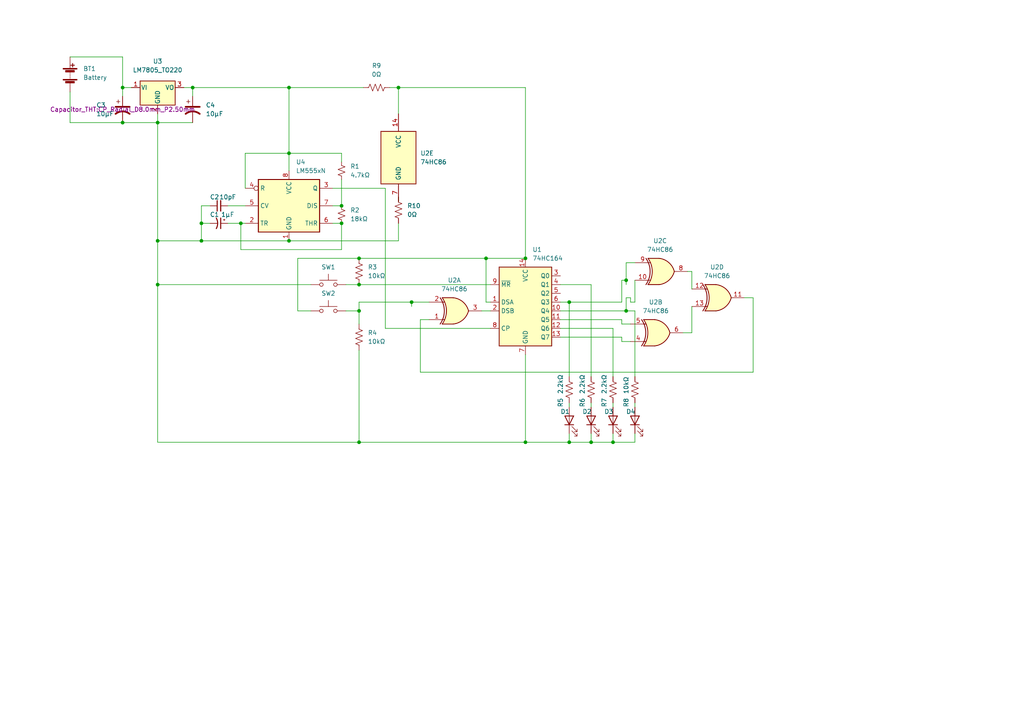
<source format=kicad_sch>
(kicad_sch (version 20211123) (generator eeschema)
  (paper "A4")
  (lib_symbols
    (symbol "74HC86_1" (pin_names (offset 1.016))
      (property "Reference" "U2" (at -0.3048 8.89 0))
      (property "Value" "74HC86" (at -0.3048 6.35 0))
      (symbol "74HC86_1_1_0"
        (arc (start -4.4196 -3.81) (mid -3.2033 0) (end -4.4196 3.81) (stroke (width 0.254)))
        (arc (start -3.81 -3.81) (mid -2.589 0) (end -3.81 3.81) (stroke (width 0.254)))
        (arc (start -0.6096 -3.81) (mid 2.1855 -2.584) (end 3.81 0) (stroke (width 0.254)) (fill (type background)))
        (polyline (pts (xy -3.81 -3.81) (xy -0.635 -3.81)) (stroke (width 0.254)) (fill (type background)))
        (polyline (pts (xy -3.81 3.81) (xy -0.635 3.81)) (stroke (width 0.254)) (fill (type background)))
        (polyline (pts (xy -0.635 3.81) (xy -3.81 3.81) (xy -3.81 3.81) (xy -3.556 3.4036) (xy -3.0226 2.2606) (xy -2.6924 1.0414) (xy -2.6162 -0.254) (xy -2.7686 -1.4986) (xy -3.175 -2.7178) (xy -3.81 -3.81) (xy -3.81 -3.81) (xy -0.635 -3.81)) (stroke (width -25.4)) (fill (type background)))
        (arc (start 3.81 0) (mid 2.1928 2.5925) (end -0.6096 3.81) (stroke (width 0.254)) (fill (type background)))
        (pin input line (at -7.62 2.54 0) (length 4.445) (name "~") (number "1"))
        (pin input line (at -7.62 -2.54 0) (length 4.445) (name "~") (number "2"))
        (pin output line (at 7.62 0 180) (length 3.81) (name "~") (number "3"))
      )
      (symbol "74HC86_1_1_1"
        (polyline (pts (xy -3.81 -2.54) (xy -3.175 -2.54)) (stroke (width 0.1524)))
        (polyline (pts (xy -3.81 2.54) (xy -3.175 2.54)) (stroke (width 0.1524)))
      )
      (symbol "74HC86_1_2_0"
        (arc (start -4.4196 -3.81) (mid -3.2033 0) (end -4.4196 3.81) (stroke (width 0.254)))
        (arc (start -3.81 -3.81) (mid -2.589 0) (end -3.81 3.81) (stroke (width 0.254)))
        (arc (start -0.6096 -3.81) (mid 2.1855 -2.584) (end 3.81 0) (stroke (width 0.254)) (fill (type background)))
        (polyline (pts (xy -3.81 -3.81) (xy -0.635 -3.81)) (stroke (width 0.254)) (fill (type background)))
        (polyline (pts (xy -3.81 3.81) (xy -0.635 3.81)) (stroke (width 0.254)) (fill (type background)))
        (polyline (pts (xy -0.635 3.81) (xy -3.81 3.81) (xy -3.81 3.81) (xy -3.556 3.4036) (xy -3.0226 2.2606) (xy -2.6924 1.0414) (xy -2.6162 -0.254) (xy -2.7686 -1.4986) (xy -3.175 -2.7178) (xy -3.81 -3.81) (xy -3.81 -3.81) (xy -0.635 -3.81)) (stroke (width -25.4)) (fill (type background)))
        (arc (start 3.81 0) (mid 2.1928 2.5925) (end -0.6096 3.81) (stroke (width 0.254)) (fill (type background)))
        (pin input line (at -7.62 2.54 0) (length 4.445) (name "~") (number "4"))
        (pin input line (at -7.62 -2.54 0) (length 4.445) (name "~") (number "5"))
        (pin output line (at 7.62 0 180) (length 3.81) (name "~") (number "6"))
      )
      (symbol "74HC86_1_2_1"
        (polyline (pts (xy -3.81 -2.54) (xy -3.175 -2.54)) (stroke (width 0.1524)))
        (polyline (pts (xy -3.81 2.54) (xy -3.175 2.54)) (stroke (width 0.1524)))
      )
      (symbol "74HC86_1_3_0"
        (arc (start -4.4196 -3.81) (mid -3.2033 0) (end -4.4196 3.81) (stroke (width 0.254)))
        (arc (start -3.81 -3.81) (mid -2.589 0) (end -3.81 3.81) (stroke (width 0.254)))
        (arc (start -0.6096 -3.81) (mid 2.1855 -2.584) (end 3.81 0) (stroke (width 0.254)) (fill (type background)))
        (polyline (pts (xy -3.81 -3.81) (xy -0.635 -3.81)) (stroke (width 0.254)) (fill (type background)))
        (polyline (pts (xy -3.81 3.81) (xy -0.635 3.81)) (stroke (width 0.254)) (fill (type background)))
        (polyline (pts (xy -0.635 3.81) (xy -3.81 3.81) (xy -3.81 3.81) (xy -3.556 3.4036) (xy -3.0226 2.2606) (xy -2.6924 1.0414) (xy -2.6162 -0.254) (xy -2.7686 -1.4986) (xy -3.175 -2.7178) (xy -3.81 -3.81) (xy -3.81 -3.81) (xy -0.635 -3.81)) (stroke (width -25.4)) (fill (type background)))
        (arc (start 3.81 0) (mid 2.1928 2.5925) (end -0.6096 3.81) (stroke (width 0.254)) (fill (type background)))
        (pin input line (at -7.62 -2.54 0) (length 4.445) (name "~") (number "10"))
        (pin output line (at 7.62 0 180) (length 3.81) (name "~") (number "8"))
        (pin input line (at -7.62 2.54 0) (length 4.445) (name "~") (number "9"))
      )
      (symbol "74HC86_1_3_1"
        (polyline (pts (xy -3.81 -2.54) (xy -3.175 -2.54)) (stroke (width 0.1524)))
        (polyline (pts (xy -3.81 2.54) (xy -3.175 2.54)) (stroke (width 0.1524)))
      )
      (symbol "74HC86_1_4_0"
        (arc (start -4.4196 -3.81) (mid -3.2033 0) (end -4.4196 3.81) (stroke (width 0.254)))
        (arc (start -3.81 -3.81) (mid -2.589 0) (end -3.81 3.81) (stroke (width 0.254)))
        (arc (start -0.6096 -3.81) (mid 2.1855 -2.584) (end 3.81 0) (stroke (width 0.254)) (fill (type background)))
        (polyline (pts (xy -3.81 -3.81) (xy -0.635 -3.81)) (stroke (width 0.254)) (fill (type background)))
        (polyline (pts (xy -3.81 3.81) (xy -0.635 3.81)) (stroke (width 0.254)) (fill (type background)))
        (polyline (pts (xy -0.635 3.81) (xy -3.81 3.81) (xy -3.81 3.81) (xy -3.556 3.4036) (xy -3.0226 2.2606) (xy -2.6924 1.0414) (xy -2.6162 -0.254) (xy -2.7686 -1.4986) (xy -3.175 -2.7178) (xy -3.81 -3.81) (xy -3.81 -3.81) (xy -0.635 -3.81)) (stroke (width -25.4)) (fill (type background)))
        (arc (start 3.81 0) (mid 2.1928 2.5925) (end -0.6096 3.81) (stroke (width 0.254)) (fill (type background)))
        (pin output line (at 7.62 0 180) (length 3.81) (name "~") (number "11"))
        (pin input line (at -7.62 2.54 0) (length 4.445) (name "~") (number "12"))
        (pin input line (at -7.62 -2.54 0) (length 4.445) (name "~") (number "13"))
      )
      (symbol "74HC86_1_4_1"
        (polyline (pts (xy -3.81 -2.54) (xy -3.175 -2.54)) (stroke (width 0.1524)))
        (polyline (pts (xy -3.81 2.54) (xy -3.175 2.54)) (stroke (width 0.1524)))
      )
      (symbol "74HC86_1_5_0"
        (pin power_in line (at 0 12.7 270) (length 5.08) (name "VCC") (number "14"))
        (pin power_in line (at 0 -12.7 90) (length 5.08) (name "GND") (number "7"))
      )
      (symbol "74HC86_1_5_1"
        (rectangle (start -5.08 7.62) (end 5.08 -7.62) (stroke (width 0.254)) (fill (type background)))
      )
    )
    (symbol "74HC86_2" (pin_names (offset 1.016))
      (property "Reference" "U2" (at -0.3048 8.89 0))
      (property "Value" "74HC86" (at -0.3048 6.35 0))
      (symbol "74HC86_2_1_0"
        (arc (start -4.4196 -3.81) (mid -3.2033 0) (end -4.4196 3.81) (stroke (width 0.254)))
        (arc (start -3.81 -3.81) (mid -2.589 0) (end -3.81 3.81) (stroke (width 0.254)))
        (arc (start -0.6096 -3.81) (mid 2.1855 -2.584) (end 3.81 0) (stroke (width 0.254)) (fill (type background)))
        (polyline (pts (xy -3.81 -3.81) (xy -0.635 -3.81)) (stroke (width 0.254)) (fill (type background)))
        (polyline (pts (xy -3.81 3.81) (xy -0.635 3.81)) (stroke (width 0.254)) (fill (type background)))
        (polyline (pts (xy -0.635 3.81) (xy -3.81 3.81) (xy -3.81 3.81) (xy -3.556 3.4036) (xy -3.0226 2.2606) (xy -2.6924 1.0414) (xy -2.6162 -0.254) (xy -2.7686 -1.4986) (xy -3.175 -2.7178) (xy -3.81 -3.81) (xy -3.81 -3.81) (xy -0.635 -3.81)) (stroke (width -25.4)) (fill (type background)))
        (arc (start 3.81 0) (mid 2.1928 2.5925) (end -0.6096 3.81) (stroke (width 0.254)) (fill (type background)))
        (pin input line (at -7.62 2.54 0) (length 4.445) (name "~") (number "1"))
        (pin input line (at -7.62 -2.54 0) (length 4.445) (name "~") (number "2"))
        (pin output line (at 7.62 0 180) (length 3.81) (name "~") (number "3"))
      )
      (symbol "74HC86_2_1_1"
        (polyline (pts (xy -3.81 -2.54) (xy -3.175 -2.54)) (stroke (width 0.1524)))
        (polyline (pts (xy -3.81 2.54) (xy -3.175 2.54)) (stroke (width 0.1524)))
      )
      (symbol "74HC86_2_2_0"
        (arc (start -4.4196 -3.81) (mid -3.2033 0) (end -4.4196 3.81) (stroke (width 0.254)))
        (arc (start -3.81 -3.81) (mid -2.589 0) (end -3.81 3.81) (stroke (width 0.254)))
        (arc (start -0.6096 -3.81) (mid 2.1855 -2.584) (end 3.81 0) (stroke (width 0.254)) (fill (type background)))
        (polyline (pts (xy -3.81 -3.81) (xy -0.635 -3.81)) (stroke (width 0.254)) (fill (type background)))
        (polyline (pts (xy -3.81 3.81) (xy -0.635 3.81)) (stroke (width 0.254)) (fill (type background)))
        (polyline (pts (xy -0.635 3.81) (xy -3.81 3.81) (xy -3.81 3.81) (xy -3.556 3.4036) (xy -3.0226 2.2606) (xy -2.6924 1.0414) (xy -2.6162 -0.254) (xy -2.7686 -1.4986) (xy -3.175 -2.7178) (xy -3.81 -3.81) (xy -3.81 -3.81) (xy -0.635 -3.81)) (stroke (width -25.4)) (fill (type background)))
        (arc (start 3.81 0) (mid 2.1928 2.5925) (end -0.6096 3.81) (stroke (width 0.254)) (fill (type background)))
        (pin input line (at -7.62 -2.54 0) (length 4.445) (name "~") (number "4"))
        (pin input line (at -7.62 2.54 0) (length 4.445) (name "~") (number "5"))
        (pin output line (at 7.62 0 180) (length 3.81) (name "~") (number "6"))
      )
      (symbol "74HC86_2_2_1"
        (polyline (pts (xy -3.81 -2.54) (xy -3.175 -2.54)) (stroke (width 0.1524)))
        (polyline (pts (xy -3.81 2.54) (xy -3.175 2.54)) (stroke (width 0.1524)))
      )
      (symbol "74HC86_2_3_0"
        (arc (start -4.4196 -3.81) (mid -3.2033 0) (end -4.4196 3.81) (stroke (width 0.254)))
        (arc (start -3.81 -3.81) (mid -2.589 0) (end -3.81 3.81) (stroke (width 0.254)))
        (arc (start -0.6096 -3.81) (mid 2.1855 -2.584) (end 3.81 0) (stroke (width 0.254)) (fill (type background)))
        (polyline (pts (xy -3.81 -3.81) (xy -0.635 -3.81)) (stroke (width 0.254)) (fill (type background)))
        (polyline (pts (xy -3.81 3.81) (xy -0.635 3.81)) (stroke (width 0.254)) (fill (type background)))
        (polyline (pts (xy -0.635 3.81) (xy -3.81 3.81) (xy -3.81 3.81) (xy -3.556 3.4036) (xy -3.0226 2.2606) (xy -2.6924 1.0414) (xy -2.6162 -0.254) (xy -2.7686 -1.4986) (xy -3.175 -2.7178) (xy -3.81 -3.81) (xy -3.81 -3.81) (xy -0.635 -3.81)) (stroke (width -25.4)) (fill (type background)))
        (arc (start 3.81 0) (mid 2.1928 2.5925) (end -0.6096 3.81) (stroke (width 0.254)) (fill (type background)))
        (pin input line (at -7.62 -2.54 0) (length 4.445) (name "~") (number "10"))
        (pin output line (at 7.62 0 180) (length 3.81) (name "~") (number "8"))
        (pin input line (at -7.62 2.54 0) (length 4.445) (name "~") (number "9"))
      )
      (symbol "74HC86_2_3_1"
        (polyline (pts (xy -3.81 -2.54) (xy -3.175 -2.54)) (stroke (width 0.1524)))
        (polyline (pts (xy -3.81 2.54) (xy -3.175 2.54)) (stroke (width 0.1524)))
      )
      (symbol "74HC86_2_4_0"
        (arc (start -4.4196 -3.81) (mid -3.2033 0) (end -4.4196 3.81) (stroke (width 0.254)))
        (arc (start -3.81 -3.81) (mid -2.589 0) (end -3.81 3.81) (stroke (width 0.254)))
        (arc (start -0.6096 -3.81) (mid 2.1855 -2.584) (end 3.81 0) (stroke (width 0.254)) (fill (type background)))
        (polyline (pts (xy -3.81 -3.81) (xy -0.635 -3.81)) (stroke (width 0.254)) (fill (type background)))
        (polyline (pts (xy -3.81 3.81) (xy -0.635 3.81)) (stroke (width 0.254)) (fill (type background)))
        (polyline (pts (xy -0.635 3.81) (xy -3.81 3.81) (xy -3.81 3.81) (xy -3.556 3.4036) (xy -3.0226 2.2606) (xy -2.6924 1.0414) (xy -2.6162 -0.254) (xy -2.7686 -1.4986) (xy -3.175 -2.7178) (xy -3.81 -3.81) (xy -3.81 -3.81) (xy -0.635 -3.81)) (stroke (width -25.4)) (fill (type background)))
        (arc (start 3.81 0) (mid 2.1928 2.5925) (end -0.6096 3.81) (stroke (width 0.254)) (fill (type background)))
        (pin output line (at 7.62 0 180) (length 3.81) (name "~") (number "11"))
        (pin input line (at -7.62 2.54 0) (length 4.445) (name "~") (number "12"))
        (pin input line (at -7.62 -2.54 0) (length 4.445) (name "~") (number "13"))
      )
      (symbol "74HC86_2_4_1"
        (polyline (pts (xy -3.81 -2.54) (xy -3.175 -2.54)) (stroke (width 0.1524)))
        (polyline (pts (xy -3.81 2.54) (xy -3.175 2.54)) (stroke (width 0.1524)))
      )
      (symbol "74HC86_2_5_0"
        (pin power_in line (at 0 12.7 270) (length 5.08) (name "VCC") (number "14"))
        (pin power_in line (at 0 -12.7 90) (length 5.08) (name "GND") (number "7"))
      )
      (symbol "74HC86_2_5_1"
        (rectangle (start -5.08 7.62) (end 5.08 -7.62) (stroke (width 0.254)) (fill (type background)))
      )
    )
    (symbol "74HC86_3" (pin_names (offset 1.016))
      (property "Reference" "U2" (at -0.3048 8.89 0))
      (property "Value" "74HC86_3" (at -0.3048 6.35 0))
      (symbol "74HC86_3_1_0"
        (arc (start -4.4196 -3.81) (mid -3.2033 0) (end -4.4196 3.81) (stroke (width 0.254)))
        (arc (start -3.81 -3.81) (mid -2.589 0) (end -3.81 3.81) (stroke (width 0.254)))
        (arc (start -0.6096 -3.81) (mid 2.1855 -2.584) (end 3.81 0) (stroke (width 0.254)) (fill (type background)))
        (polyline (pts (xy -3.81 -3.81) (xy -0.635 -3.81)) (stroke (width 0.254)) (fill (type background)))
        (polyline (pts (xy -3.81 3.81) (xy -0.635 3.81)) (stroke (width 0.254)) (fill (type background)))
        (polyline (pts (xy -0.635 3.81) (xy -3.81 3.81) (xy -3.81 3.81) (xy -3.556 3.4036) (xy -3.0226 2.2606) (xy -2.6924 1.0414) (xy -2.6162 -0.254) (xy -2.7686 -1.4986) (xy -3.175 -2.7178) (xy -3.81 -3.81) (xy -3.81 -3.81) (xy -0.635 -3.81)) (stroke (width -25.4)) (fill (type background)))
        (arc (start 3.81 0) (mid 2.1928 2.5925) (end -0.6096 3.81) (stroke (width 0.254)) (fill (type background)))
        (pin input line (at -7.62 -2.54 0) (length 4.445) (name "~") (number "1"))
        (pin input line (at -7.62 2.54 0) (length 4.445) (name "~") (number "2"))
        (pin output line (at 7.62 0 180) (length 3.81) (name "~") (number "3"))
      )
      (symbol "74HC86_3_1_1"
        (polyline (pts (xy -3.81 -2.54) (xy -3.175 -2.54)) (stroke (width 0.1524)))
        (polyline (pts (xy -3.81 2.54) (xy -3.175 2.54)) (stroke (width 0.1524)))
      )
      (symbol "74HC86_3_2_0"
        (arc (start -4.4196 -3.81) (mid -3.2033 0) (end -4.4196 3.81) (stroke (width 0.254)))
        (arc (start -3.81 -3.81) (mid -2.589 0) (end -3.81 3.81) (stroke (width 0.254)))
        (arc (start -0.6096 -3.81) (mid 2.1855 -2.584) (end 3.81 0) (stroke (width 0.254)) (fill (type background)))
        (polyline (pts (xy -3.81 -3.81) (xy -0.635 -3.81)) (stroke (width 0.254)) (fill (type background)))
        (polyline (pts (xy -3.81 3.81) (xy -0.635 3.81)) (stroke (width 0.254)) (fill (type background)))
        (polyline (pts (xy -0.635 3.81) (xy -3.81 3.81) (xy -3.81 3.81) (xy -3.556 3.4036) (xy -3.0226 2.2606) (xy -2.6924 1.0414) (xy -2.6162 -0.254) (xy -2.7686 -1.4986) (xy -3.175 -2.7178) (xy -3.81 -3.81) (xy -3.81 -3.81) (xy -0.635 -3.81)) (stroke (width -25.4)) (fill (type background)))
        (arc (start 3.81 0) (mid 2.1928 2.5925) (end -0.6096 3.81) (stroke (width 0.254)) (fill (type background)))
        (pin input line (at -7.62 2.54 0) (length 4.445) (name "~") (number "4"))
        (pin input line (at -7.62 -2.54 0) (length 4.445) (name "~") (number "5"))
        (pin output line (at 7.62 0 180) (length 3.81) (name "~") (number "6"))
      )
      (symbol "74HC86_3_2_1"
        (polyline (pts (xy -3.81 -2.54) (xy -3.175 -2.54)) (stroke (width 0.1524)))
        (polyline (pts (xy -3.81 2.54) (xy -3.175 2.54)) (stroke (width 0.1524)))
      )
      (symbol "74HC86_3_3_0"
        (arc (start -4.4196 -3.81) (mid -3.2033 0) (end -4.4196 3.81) (stroke (width 0.254)))
        (arc (start -3.81 -3.81) (mid -2.589 0) (end -3.81 3.81) (stroke (width 0.254)))
        (arc (start -0.6096 -3.81) (mid 2.1855 -2.584) (end 3.81 0) (stroke (width 0.254)) (fill (type background)))
        (polyline (pts (xy -3.81 -3.81) (xy -0.635 -3.81)) (stroke (width 0.254)) (fill (type background)))
        (polyline (pts (xy -3.81 3.81) (xy -0.635 3.81)) (stroke (width 0.254)) (fill (type background)))
        (polyline (pts (xy -0.635 3.81) (xy -3.81 3.81) (xy -3.81 3.81) (xy -3.556 3.4036) (xy -3.0226 2.2606) (xy -2.6924 1.0414) (xy -2.6162 -0.254) (xy -2.7686 -1.4986) (xy -3.175 -2.7178) (xy -3.81 -3.81) (xy -3.81 -3.81) (xy -0.635 -3.81)) (stroke (width -25.4)) (fill (type background)))
        (arc (start 3.81 0) (mid 2.1928 2.5925) (end -0.6096 3.81) (stroke (width 0.254)) (fill (type background)))
        (pin input line (at -7.62 -2.54 0) (length 4.445) (name "~") (number "10"))
        (pin output line (at 7.62 0 180) (length 3.81) (name "~") (number "8"))
        (pin input line (at -7.62 2.54 0) (length 4.445) (name "~") (number "9"))
      )
      (symbol "74HC86_3_3_1"
        (polyline (pts (xy -3.81 -2.54) (xy -3.175 -2.54)) (stroke (width 0.1524)))
        (polyline (pts (xy -3.81 2.54) (xy -3.175 2.54)) (stroke (width 0.1524)))
      )
      (symbol "74HC86_3_4_0"
        (arc (start -4.4196 -3.81) (mid -3.2033 0) (end -4.4196 3.81) (stroke (width 0.254)))
        (arc (start -3.81 -3.81) (mid -2.589 0) (end -3.81 3.81) (stroke (width 0.254)))
        (arc (start -0.6096 -3.81) (mid 2.1855 -2.584) (end 3.81 0) (stroke (width 0.254)) (fill (type background)))
        (polyline (pts (xy -3.81 -3.81) (xy -0.635 -3.81)) (stroke (width 0.254)) (fill (type background)))
        (polyline (pts (xy -3.81 3.81) (xy -0.635 3.81)) (stroke (width 0.254)) (fill (type background)))
        (polyline (pts (xy -0.635 3.81) (xy -3.81 3.81) (xy -3.81 3.81) (xy -3.556 3.4036) (xy -3.0226 2.2606) (xy -2.6924 1.0414) (xy -2.6162 -0.254) (xy -2.7686 -1.4986) (xy -3.175 -2.7178) (xy -3.81 -3.81) (xy -3.81 -3.81) (xy -0.635 -3.81)) (stroke (width -25.4)) (fill (type background)))
        (arc (start 3.81 0) (mid 2.1928 2.5925) (end -0.6096 3.81) (stroke (width 0.254)) (fill (type background)))
        (pin output line (at 7.62 0 180) (length 3.81) (name "~") (number "11"))
        (pin input line (at -7.62 2.54 0) (length 4.445) (name "~") (number "12"))
        (pin input line (at -7.62 -2.54 0) (length 4.445) (name "~") (number "13"))
      )
      (symbol "74HC86_3_4_1"
        (polyline (pts (xy -3.81 -2.54) (xy -3.175 -2.54)) (stroke (width 0.1524)))
        (polyline (pts (xy -3.81 2.54) (xy -3.175 2.54)) (stroke (width 0.1524)))
      )
      (symbol "74HC86_3_5_0"
        (pin power_in line (at 0 12.7 270) (length 5.08) (name "VCC") (number "14"))
        (pin power_in line (at 0 -12.7 90) (length 5.08) (name "GND") (number "7"))
      )
      (symbol "74HC86_3_5_1"
        (rectangle (start -5.08 7.62) (end 5.08 -7.62) (stroke (width 0.254)) (fill (type background)))
      )
    )
    (symbol "74xx:74HC164"
      (property "Reference" "U" (at 1.905 -13.97 0))
      (property "Value" "74HC164" (at 1.905 -16.51 0))
      (symbol "74HC164_0_1"
        (rectangle (start 7.62 10.16) (end -7.62 -12.7) (stroke (width 0.254)) (fill (type background)))
      )
      (symbol "74HC164_1_1"
        (pin input line (at -10.16 0 0) (length 2.54) (name "DSA") (number "1"))
        (pin output line (at 10.16 -2.54 180) (length 2.54) (name "Q4") (number "10"))
        (pin output line (at 10.16 -5.08 180) (length 2.54) (name "Q5") (number "11"))
        (pin output line (at 10.16 -7.62 180) (length 2.54) (name "Q6") (number "12"))
        (pin output line (at 10.16 -10.16 180) (length 2.54) (name "Q7") (number "13"))
        (pin power_in line (at 0 12.7 270) (length 2.54) (name "VCC") (number "14"))
        (pin input line (at -10.16 -2.54 0) (length 2.54) (name "DSB") (number "2"))
        (pin output line (at 10.16 7.62 180) (length 2.54) (name "Q0") (number "3"))
        (pin output line (at 10.16 5.08 180) (length 2.54) (name "Q1") (number "4"))
        (pin output line (at 10.16 2.54 180) (length 2.54) (name "Q2") (number "5"))
        (pin output line (at 10.16 0 180) (length 2.54) (name "Q3") (number "6"))
        (pin power_in line (at 0 -15.24 90) (length 2.54) (name "GND") (number "7"))
        (pin input line (at -10.16 -7.62 0) (length 2.54) (name "CP") (number "8"))
        (pin input line (at -10.16 5.08 0) (length 2.54) (name "~{MR}") (number "9"))
      )
    )
    (symbol "74xx:74HC86" (pin_names (offset 1.016))
      (property "Reference" "U" (at 0 1.27 0))
      (property "Value" "74HC86" (at 0 -1.27 0))
      (symbol "74HC86_1_0"
        (arc (start -4.4196 -3.81) (mid -3.2033 0) (end -4.4196 3.81) (stroke (width 0.254)))
        (arc (start -3.81 -3.81) (mid -2.589 0) (end -3.81 3.81) (stroke (width 0.254)))
        (arc (start -0.6096 -3.81) (mid 2.1855 -2.584) (end 3.81 0) (stroke (width 0.254)) (fill (type background)))
        (polyline (pts (xy -3.81 -3.81) (xy -0.635 -3.81)) (stroke (width 0.254)) (fill (type background)))
        (polyline (pts (xy -3.81 3.81) (xy -0.635 3.81)) (stroke (width 0.254)) (fill (type background)))
        (polyline (pts (xy -0.635 3.81) (xy -3.81 3.81) (xy -3.81 3.81) (xy -3.556 3.4036) (xy -3.0226 2.2606) (xy -2.6924 1.0414) (xy -2.6162 -0.254) (xy -2.7686 -1.4986) (xy -3.175 -2.7178) (xy -3.81 -3.81) (xy -3.81 -3.81) (xy -0.635 -3.81)) (stroke (width -25.4)) (fill (type background)))
        (arc (start 3.81 0) (mid 2.1928 2.5925) (end -0.6096 3.81) (stroke (width 0.254)) (fill (type background)))
        (pin input line (at -7.62 2.54 0) (length 4.445) (name "~") (number "1"))
        (pin input line (at -7.62 -2.54 0) (length 4.445) (name "~") (number "2"))
        (pin output line (at 7.62 0 180) (length 3.81) (name "~") (number "3"))
      )
      (symbol "74HC86_1_1"
        (polyline (pts (xy -3.81 -2.54) (xy -3.175 -2.54)) (stroke (width 0.1524)))
        (polyline (pts (xy -3.81 2.54) (xy -3.175 2.54)) (stroke (width 0.1524)))
      )
      (symbol "74HC86_2_0"
        (arc (start -4.4196 -3.81) (mid -3.2033 0) (end -4.4196 3.81) (stroke (width 0.254)))
        (arc (start -3.81 -3.81) (mid -2.589 0) (end -3.81 3.81) (stroke (width 0.254)))
        (arc (start -0.6096 -3.81) (mid 2.1855 -2.584) (end 3.81 0) (stroke (width 0.254)) (fill (type background)))
        (polyline (pts (xy -3.81 -3.81) (xy -0.635 -3.81)) (stroke (width 0.254)) (fill (type background)))
        (polyline (pts (xy -3.81 3.81) (xy -0.635 3.81)) (stroke (width 0.254)) (fill (type background)))
        (polyline (pts (xy -0.635 3.81) (xy -3.81 3.81) (xy -3.81 3.81) (xy -3.556 3.4036) (xy -3.0226 2.2606) (xy -2.6924 1.0414) (xy -2.6162 -0.254) (xy -2.7686 -1.4986) (xy -3.175 -2.7178) (xy -3.81 -3.81) (xy -3.81 -3.81) (xy -0.635 -3.81)) (stroke (width -25.4)) (fill (type background)))
        (arc (start 3.81 0) (mid 2.1928 2.5925) (end -0.6096 3.81) (stroke (width 0.254)) (fill (type background)))
        (pin input line (at -7.62 2.54 0) (length 4.445) (name "~") (number "4"))
        (pin input line (at -7.62 -2.54 0) (length 4.445) (name "~") (number "5"))
        (pin output line (at 7.62 0 180) (length 3.81) (name "~") (number "6"))
      )
      (symbol "74HC86_2_1"
        (polyline (pts (xy -3.81 -2.54) (xy -3.175 -2.54)) (stroke (width 0.1524)))
        (polyline (pts (xy -3.81 2.54) (xy -3.175 2.54)) (stroke (width 0.1524)))
      )
      (symbol "74HC86_3_0"
        (arc (start -4.4196 -3.81) (mid -3.2033 0) (end -4.4196 3.81) (stroke (width 0.254)))
        (arc (start -3.81 -3.81) (mid -2.589 0) (end -3.81 3.81) (stroke (width 0.254)))
        (arc (start -0.6096 -3.81) (mid 2.1855 -2.584) (end 3.81 0) (stroke (width 0.254)) (fill (type background)))
        (polyline (pts (xy -3.81 -3.81) (xy -0.635 -3.81)) (stroke (width 0.254)) (fill (type background)))
        (polyline (pts (xy -3.81 3.81) (xy -0.635 3.81)) (stroke (width 0.254)) (fill (type background)))
        (polyline (pts (xy -0.635 3.81) (xy -3.81 3.81) (xy -3.81 3.81) (xy -3.556 3.4036) (xy -3.0226 2.2606) (xy -2.6924 1.0414) (xy -2.6162 -0.254) (xy -2.7686 -1.4986) (xy -3.175 -2.7178) (xy -3.81 -3.81) (xy -3.81 -3.81) (xy -0.635 -3.81)) (stroke (width -25.4)) (fill (type background)))
        (arc (start 3.81 0) (mid 2.1928 2.5925) (end -0.6096 3.81) (stroke (width 0.254)) (fill (type background)))
        (pin input line (at -7.62 -2.54 0) (length 4.445) (name "~") (number "10"))
        (pin output line (at 7.62 0 180) (length 3.81) (name "~") (number "8"))
        (pin input line (at -7.62 2.54 0) (length 4.445) (name "~") (number "9"))
      )
      (symbol "74HC86_3_1"
        (polyline (pts (xy -3.81 -2.54) (xy -3.175 -2.54)) (stroke (width 0.1524)))
        (polyline (pts (xy -3.81 2.54) (xy -3.175 2.54)) (stroke (width 0.1524)))
      )
      (symbol "74HC86_4_0"
        (arc (start -4.4196 -3.81) (mid -3.2033 0) (end -4.4196 3.81) (stroke (width 0.254)))
        (arc (start -3.81 -3.81) (mid -2.589 0) (end -3.81 3.81) (stroke (width 0.254)))
        (arc (start -0.6096 -3.81) (mid 2.1855 -2.584) (end 3.81 0) (stroke (width 0.254)) (fill (type background)))
        (polyline (pts (xy -3.81 -3.81) (xy -0.635 -3.81)) (stroke (width 0.254)) (fill (type background)))
        (polyline (pts (xy -3.81 3.81) (xy -0.635 3.81)) (stroke (width 0.254)) (fill (type background)))
        (polyline (pts (xy -0.635 3.81) (xy -3.81 3.81) (xy -3.81 3.81) (xy -3.556 3.4036) (xy -3.0226 2.2606) (xy -2.6924 1.0414) (xy -2.6162 -0.254) (xy -2.7686 -1.4986) (xy -3.175 -2.7178) (xy -3.81 -3.81) (xy -3.81 -3.81) (xy -0.635 -3.81)) (stroke (width -25.4)) (fill (type background)))
        (arc (start 3.81 0) (mid 2.1928 2.5925) (end -0.6096 3.81) (stroke (width 0.254)) (fill (type background)))
        (pin output line (at 7.62 0 180) (length 3.81) (name "~") (number "11"))
        (pin input line (at -7.62 2.54 0) (length 4.445) (name "~") (number "12"))
        (pin input line (at -7.62 -2.54 0) (length 4.445) (name "~") (number "13"))
      )
      (symbol "74HC86_4_1"
        (polyline (pts (xy -3.81 -2.54) (xy -3.175 -2.54)) (stroke (width 0.1524)))
        (polyline (pts (xy -3.81 2.54) (xy -3.175 2.54)) (stroke (width 0.1524)))
      )
      (symbol "74HC86_5_0"
        (pin power_in line (at 0 12.7 270) (length 5.08) (name "VCC") (number "14"))
        (pin power_in line (at 0 -12.7 90) (length 5.08) (name "GND") (number "7"))
      )
      (symbol "74HC86_5_1"
        (rectangle (start -5.08 7.62) (end 5.08 -7.62) (stroke (width 0.254)) (fill (type background)))
      )
    )
    (symbol "Device:Battery" (pin_numbers hide) (pin_names (offset 0) hide)
      (property "Reference" "BT" (at 2.54 2.54 0))
      (property "Value" "Battery" (at 2.54 0 0))
      (symbol "Battery_0_1"
        (rectangle (start -2.032 -1.397) (end 2.032 -1.651) (fill (type outline)))
        (rectangle (start -2.032 1.778) (end 2.032 1.524) (fill (type outline)))
        (rectangle (start -1.3208 -1.9812) (end 1.27 -2.4892) (fill (type outline)))
        (rectangle (start -1.3208 1.1938) (end 1.27 0.6858) (fill (type outline)))
        (polyline (pts (xy 0 -1.524) (xy 0 -1.27)))
        (polyline (pts (xy 0 -1.016) (xy 0 -0.762)))
        (polyline (pts (xy 0 -0.508) (xy 0 -0.254)))
        (polyline (pts (xy 0 0) (xy 0 0.254)))
        (polyline (pts (xy 0 0.508) (xy 0 0.762)))
        (polyline (pts (xy 0 1.778) (xy 0 2.54)))
        (polyline (pts (xy 0.254 2.667) (xy 1.27 2.667)) (stroke (width 0.254)))
        (polyline (pts (xy 0.762 3.175) (xy 0.762 2.159)) (stroke (width 0.254)))
      )
      (symbol "Battery_1_1"
        (pin passive line (at 0 5.08 270) (length 2.54) (name "+") (number "1"))
        (pin passive line (at 0 -5.08 90) (length 2.54) (name "-") (number "2"))
      )
    )
    (symbol "Device:C_Polarized_Small_US" (pin_numbers hide) (pin_names (offset 0.254) hide)
      (property "Reference" "C" (at 0.254 1.778 0))
      (property "Value" "C_Polarized_Small_US" (at 0.254 -2.032 0))
      (symbol "C_Polarized_Small_US_0_1"
        (polyline (pts (xy -1.524 0.508) (xy 1.524 0.508)) (stroke (width 0.3048)))
        (polyline (pts (xy -1.27 1.524) (xy -0.762 1.524)))
        (polyline (pts (xy -1.016 1.27) (xy -1.016 1.778)))
        (arc (start 1.524 -0.762) (mid 0 -0.3734) (end -1.524 -0.762) (stroke (width 0.3048)))
      )
      (symbol "C_Polarized_Small_US_1_1"
        (pin passive line (at 0 2.54 270) (length 2.032) (name "~") (number "1"))
        (pin passive line (at 0 -2.54 90) (length 2.032) (name "~") (number "2"))
      )
    )
    (symbol "Device:C_Polarized_US" (pin_numbers hide) (pin_names (offset 0.254) hide)
      (property "Reference" "C" (at 0.635 2.54 0))
      (property "Value" "C_Polarized_US" (at 0.635 -2.54 0))
      (symbol "C_Polarized_US_0_1"
        (polyline (pts (xy -2.032 0.762) (xy 2.032 0.762)) (stroke (width 0.508)))
        (polyline (pts (xy -1.778 2.286) (xy -0.762 2.286)))
        (polyline (pts (xy -1.27 1.778) (xy -1.27 2.794)))
        (arc (start 2.032 -1.27) (mid 0 -0.5572) (end -2.032 -1.27) (stroke (width 0.508)))
      )
      (symbol "C_Polarized_US_1_1"
        (pin passive line (at 0 3.81 270) (length 2.794) (name "~") (number "1"))
        (pin passive line (at 0 -3.81 90) (length 3.302) (name "~") (number "2"))
      )
    )
    (symbol "Device:C_Small" (pin_numbers hide) (pin_names (offset 0.254) hide)
      (property "Reference" "C" (at 0.254 1.778 0))
      (property "Value" "C_Small" (at 0.254 -2.032 0))
      (symbol "C_Small_0_1"
        (polyline (pts (xy -1.524 -0.508) (xy 1.524 -0.508)) (stroke (width 0.3302)))
        (polyline (pts (xy -1.524 0.508) (xy 1.524 0.508)) (stroke (width 0.3048)))
      )
      (symbol "C_Small_1_1"
        (pin passive line (at 0 2.54 270) (length 2.032) (name "~") (number "1"))
        (pin passive line (at 0 -2.54 90) (length 2.032) (name "~") (number "2"))
      )
    )
    (symbol "Device:LED" (pin_numbers hide) (pin_names (offset 1.016) hide)
      (property "Reference" "D" (at 0 2.54 0))
      (property "Value" "LED" (at 0 -2.54 0))
      (symbol "LED_0_1"
        (polyline (pts (xy -1.27 -1.27) (xy -1.27 1.27)) (stroke (width 0.254)))
        (polyline (pts (xy -1.27 0) (xy 1.27 0)))
        (polyline (pts (xy 1.27 -1.27) (xy 1.27 1.27) (xy -1.27 0) (xy 1.27 -1.27)) (stroke (width 0.254)))
        (polyline (pts (xy -3.048 -0.762) (xy -4.572 -2.286) (xy -3.81 -2.286) (xy -4.572 -2.286) (xy -4.572 -1.524)))
        (polyline (pts (xy -1.778 -0.762) (xy -3.302 -2.286) (xy -2.54 -2.286) (xy -3.302 -2.286) (xy -3.302 -1.524)))
      )
      (symbol "LED_1_1"
        (pin passive line (at -3.81 0 0) (length 2.54) (name "K") (number "1"))
        (pin passive line (at 3.81 0 180) (length 2.54) (name "A") (number "2"))
      )
    )
    (symbol "Device:R_Small_US" (pin_numbers hide) (pin_names (offset 0.254) hide)
      (property "Reference" "R" (at 0.762 0.508 0))
      (property "Value" "R_Small_US" (at 0.762 -1.016 0))
      (symbol "R_Small_US_1_1"
        (polyline (pts (xy 0 0) (xy 1.016 -0.381) (xy 0 -0.762) (xy -1.016 -1.143) (xy 0 -1.524)))
        (polyline (pts (xy 0 1.524) (xy 1.016 1.143) (xy 0 0.762) (xy -1.016 0.381) (xy 0 0)))
        (pin passive line (at 0 2.54 270) (length 1.016) (name "~") (number "1"))
        (pin passive line (at 0 -2.54 90) (length 1.016) (name "~") (number "2"))
      )
    )
    (symbol "Device:R_US" (pin_numbers hide) (pin_names (offset 0))
      (property "Reference" "R" (at 2.54 0 90))
      (property "Value" "R_US" (at -2.54 0 90))
      (symbol "R_US_0_1"
        (polyline (pts (xy 0 -2.286) (xy 0 -2.54)))
        (polyline (pts (xy 0 2.286) (xy 0 2.54)))
        (polyline (pts (xy 0 -0.762) (xy 1.016 -1.143) (xy 0 -1.524) (xy -1.016 -1.905) (xy 0 -2.286)))
        (polyline (pts (xy 0 0.762) (xy 1.016 0.381) (xy 0 0) (xy -1.016 -0.381) (xy 0 -0.762)))
        (polyline (pts (xy 0 2.286) (xy 1.016 1.905) (xy 0 1.524) (xy -1.016 1.143) (xy 0 0.762)))
      )
      (symbol "R_US_1_1"
        (pin passive line (at 0 3.81 270) (length 1.27) (name "~") (number "1"))
        (pin passive line (at 0 -3.81 90) (length 1.27) (name "~") (number "2"))
      )
    )
    (symbol "Regulator_Linear:LM7805_TO220" (pin_names (offset 0.254))
      (property "Reference" "U" (at -3.81 3.175 0))
      (property "Value" "LM7805_TO220" (at 0 3.175 0))
      (symbol "LM7805_TO220_0_1"
        (rectangle (start -5.08 1.905) (end 5.08 -5.08) (stroke (width 0.254)) (fill (type background)))
      )
      (symbol "LM7805_TO220_1_1"
        (pin power_in line (at -7.62 0 0) (length 2.54) (name "VI") (number "1"))
        (pin power_in line (at 0 -7.62 90) (length 2.54) (name "GND") (number "2"))
        (pin power_out line (at 7.62 0 180) (length 2.54) (name "VO") (number "3"))
      )
    )
    (symbol "Switch:SW_Push" (pin_numbers hide) (pin_names (offset 1.016) hide)
      (property "Reference" "SW" (at 1.27 2.54 0))
      (property "Value" "SW_Push" (at 0 -1.524 0))
      (symbol "SW_Push_0_1"
        (circle (center -2.032 0) (radius 0.508))
        (polyline (pts (xy 0 1.27) (xy 0 3.048)))
        (polyline (pts (xy 2.54 1.27) (xy -2.54 1.27)))
        (circle (center 2.032 0) (radius 0.508))
        (pin passive line (at -5.08 0 0) (length 2.54) (name "1") (number "1"))
        (pin passive line (at 5.08 0 180) (length 2.54) (name "2") (number "2"))
      )
    )
    (symbol "Timer:LM555xN"
      (property "Reference" "U?" (at 2.0194 12.7 0))
      (property "Value" "LM555xN" (at 2.0194 10.16 0))
      (symbol "LM555xN_0_0"
        (pin power_in line (at 0 -10.16 90) (length 2.54) (name "GND") (number "1"))
        (pin power_in line (at 0 10.16 270) (length 2.54) (name "VCC") (number "8"))
      )
      (symbol "LM555xN_0_1"
        (rectangle (start -8.89 -7.62) (end 8.89 7.62) (stroke (width 0.254)) (fill (type background)))
        (rectangle (start -8.89 -7.62) (end 8.89 7.62) (stroke (width 0.254)) (fill (type background)))
      )
      (symbol "LM555xN_1_1"
        (pin input line (at -12.7 -5.08 0) (length 3.81) (name "TR") (number "2"))
        (pin output line (at 12.7 5.08 180) (length 3.81) (name "Q") (number "3"))
        (pin input inverted (at -12.7 5.08 0) (length 3.81) (name "R") (number "4"))
        (pin input line (at -12.7 0 0) (length 3.81) (name "CV") (number "5"))
        (pin input line (at 12.7 -5.08 180) (length 3.81) (name "THR") (number "6"))
        (pin input line (at 12.7 0 180) (length 3.81) (name "DIS") (number "7"))
      )
    )
  )
  (junction (at 99.06 59.69))
  (junction (at 152.4 128.27))
  (junction (at 58.42 64.77))
  (junction (at 165.1 128.27))
  (junction (at 83.82 25.4))
  (junction (at 55.88 25.4))
  (junction (at 83.82 69.85))
  (junction (at 83.82 44.45))
  (junction (at 115.57 25.4))
  (junction (at 181.61 90.17))
  (junction (at 140.97 74.93))
  (junction (at 104.14 90.17))
  (junction (at 104.14 82.55))
  (junction (at 45.72 69.85))
  (junction (at 45.72 82.55))
  (junction (at 45.72 35.56))
  (junction (at 152.4 74.93))
  (junction (at 104.14 74.93))
  (junction (at 35.56 35.56))
  (junction (at 69.85 64.77))
  (junction (at 99.06 64.77))
  (junction (at 58.42 69.85))
  (junction (at 181.61 81.28))
  (junction (at 104.14 128.27))
  (junction (at 35.56 25.4))
  (junction (at 171.45 128.27))
  (junction (at 177.8 128.27))
  (junction (at 119.38 87.63))
  (junction (at 165.1 87.63))
  (wire (pts (xy 165.1 116.84) (xy 165.1 118.11)))
  (wire (pts (xy 100.33 90.17) (xy 104.14 90.17)))
  (wire (pts (xy 121.92 92.71) (xy 124.46 92.71)))
  (wire (pts (xy 104.14 128.27) (xy 45.72 128.27)))
  (wire (pts (xy 181.61 86.36) (xy 181.61 90.17)))
  (wire (pts (xy 66.04 59.69) (xy 71.12 59.69)))
  (wire (pts (xy 177.8 125.73) (xy 177.8 128.27)))
  (wire (pts (xy 200.66 88.9) (xy 200.66 96.52)))
  (wire (pts (xy 165.1 125.73) (xy 165.1 128.27)))
  (wire (pts (xy 218.44 86.36) (xy 218.44 107.95)))
  (wire (pts (xy 45.72 82.55) (xy 90.17 82.55)))
  (wire (pts (xy 96.52 54.61) (xy 111.76 54.61)))
  (wire (pts (xy 162.56 87.63) (xy 165.1 87.63)))
  (wire (pts (xy 104.14 90.17) (xy 104.14 93.98)))
  (wire (pts (xy 119.38 87.63) (xy 119.38 88.9)))
  (wire (pts (xy 83.82 49.53) (xy 83.82 44.45)))
  (wire (pts (xy 182.88 86.36) (xy 182.88 87.63)))
  (wire (pts (xy 152.4 102.87) (xy 152.4 128.27)))
  (wire (pts (xy 184.15 87.63) (xy 182.88 87.63)))
  (wire (pts (xy 115.57 69.85) (xy 83.82 69.85)))
  (wire (pts (xy 58.42 64.77) (xy 60.96 64.77)))
  (wire (pts (xy 152.4 128.27) (xy 165.1 128.27)))
  (wire (pts (xy 35.56 25.4) (xy 35.56 27.94)))
  (wire (pts (xy 162.56 82.55) (xy 171.45 82.55)))
  (wire (pts (xy 121.92 107.95) (xy 121.92 92.71)))
  (wire (pts (xy 180.34 81.28) (xy 181.61 81.28)))
  (wire (pts (xy 53.34 25.4) (xy 55.88 25.4)))
  (wire (pts (xy 83.82 25.4) (xy 83.82 44.45)))
  (wire (pts (xy 181.61 81.28) (xy 181.61 82.55)))
  (wire (pts (xy 184.15 109.22) (xy 184.15 90.17)))
  (wire (pts (xy 66.04 64.77) (xy 69.85 64.77)))
  (wire (pts (xy 83.82 44.45) (xy 99.06 44.45)))
  (wire (pts (xy 162.56 92.71) (xy 180.34 92.71)))
  (wire (pts (xy 184.15 125.73) (xy 184.15 128.27)))
  (wire (pts (xy 184.15 116.84) (xy 184.15 118.11)))
  (wire (pts (xy 171.45 128.27) (xy 177.8 128.27)))
  (wire (pts (xy 86.36 90.17) (xy 86.36 74.93)))
  (wire (pts (xy 45.72 82.55) (xy 45.72 69.85)))
  (wire (pts (xy 58.42 69.85) (xy 58.42 64.77)))
  (wire (pts (xy 55.88 25.4) (xy 55.88 27.94)))
  (wire (pts (xy 83.82 69.85) (xy 58.42 69.85)))
  (wire (pts (xy 177.8 116.84) (xy 177.8 118.11)))
  (wire (pts (xy 58.42 59.69) (xy 58.42 64.77)))
  (wire (pts (xy 99.06 44.45) (xy 99.06 46.99)))
  (wire (pts (xy 69.85 72.39) (xy 99.06 72.39)))
  (wire (pts (xy 96.52 59.69) (xy 99.06 59.69)))
  (wire (pts (xy 69.85 64.77) (xy 69.85 72.39)))
  (wire (pts (xy 171.45 82.55) (xy 171.45 109.22)))
  (wire (pts (xy 104.14 74.93) (xy 140.97 74.93)))
  (wire (pts (xy 142.24 87.63) (xy 140.97 87.63)))
  (wire (pts (xy 115.57 58.42) (xy 115.57 57.15)))
  (wire (pts (xy 165.1 128.27) (xy 171.45 128.27)))
  (wire (pts (xy 86.36 90.17) (xy 90.17 90.17)))
  (wire (pts (xy 165.1 87.63) (xy 165.1 109.22)))
  (wire (pts (xy 35.56 35.56) (xy 45.72 35.56)))
  (wire (pts (xy 199.39 78.74) (xy 200.66 78.74)))
  (wire (pts (xy 104.14 87.63) (xy 104.14 90.17)))
  (wire (pts (xy 124.46 87.63) (xy 119.38 87.63)))
  (wire (pts (xy 45.72 128.27) (xy 45.72 82.55)))
  (wire (pts (xy 38.1 25.4) (xy 35.56 25.4)))
  (wire (pts (xy 200.66 78.74) (xy 200.66 83.82)))
  (wire (pts (xy 96.52 64.77) (xy 99.06 64.77)))
  (wire (pts (xy 20.32 26.67) (xy 20.32 35.56)))
  (wire (pts (xy 215.9 86.36) (xy 218.44 86.36)))
  (wire (pts (xy 86.36 74.93) (xy 104.14 74.93)))
  (wire (pts (xy 140.97 74.93) (xy 152.4 74.93)))
  (wire (pts (xy 162.56 95.25) (xy 177.8 95.25)))
  (wire (pts (xy 60.96 59.69) (xy 58.42 59.69)))
  (wire (pts (xy 69.85 64.77) (xy 71.12 64.77)))
  (wire (pts (xy 180.34 99.06) (xy 180.34 97.79)))
  (wire (pts (xy 100.33 82.55) (xy 104.14 82.55)))
  (wire (pts (xy 140.97 87.63) (xy 140.97 74.93)))
  (wire (pts (xy 71.12 44.45) (xy 83.82 44.45)))
  (wire (pts (xy 104.14 101.6) (xy 104.14 128.27)))
  (wire (pts (xy 55.88 35.56) (xy 45.72 35.56)))
  (wire (pts (xy 71.12 54.61) (xy 71.12 44.45)))
  (wire (pts (xy 180.34 87.63) (xy 180.34 81.28)))
  (wire (pts (xy 35.56 25.4) (xy 35.56 16.51)))
  (wire (pts (xy 115.57 64.77) (xy 115.57 69.85)))
  (wire (pts (xy 55.88 25.4) (xy 83.82 25.4)))
  (wire (pts (xy 177.8 95.25) (xy 177.8 109.22)))
  (wire (pts (xy 35.56 16.51) (xy 20.32 16.51)))
  (wire (pts (xy 99.06 72.39) (xy 99.06 64.77)))
  (wire (pts (xy 171.45 118.11) (xy 171.45 116.84)))
  (wire (pts (xy 180.34 92.71) (xy 180.34 93.98)))
  (wire (pts (xy 218.44 107.95) (xy 121.92 107.95)))
  (wire (pts (xy 152.4 25.4) (xy 152.4 74.93)))
  (wire (pts (xy 171.45 128.27) (xy 171.45 125.73)))
  (wire (pts (xy 20.32 35.56) (xy 35.56 35.56)))
  (wire (pts (xy 181.61 86.36) (xy 182.88 86.36)))
  (wire (pts (xy 139.7 90.17) (xy 142.24 90.17)))
  (wire (pts (xy 162.56 97.79) (xy 180.34 97.79)))
  (wire (pts (xy 99.06 52.07) (xy 99.06 59.69)))
  (wire (pts (xy 177.8 128.27) (xy 184.15 128.27)))
  (wire (pts (xy 165.1 87.63) (xy 180.34 87.63)))
  (wire (pts (xy 119.38 87.63) (xy 104.14 87.63)))
  (wire (pts (xy 115.57 33.02) (xy 115.57 25.4)))
  (wire (pts (xy 45.72 35.56) (xy 45.72 33.02)))
  (wire (pts (xy 181.61 76.2) (xy 184.15 76.2)))
  (wire (pts (xy 162.56 90.17) (xy 181.61 90.17)))
  (wire (pts (xy 45.72 35.56) (xy 45.72 69.85)))
  (wire (pts (xy 104.14 128.27) (xy 152.4 128.27)))
  (wire (pts (xy 180.34 99.06) (xy 182.88 99.06)))
  (wire (pts (xy 200.66 96.52) (xy 198.12 96.52)))
  (wire (pts (xy 181.61 76.2) (xy 181.61 81.28)))
  (wire (pts (xy 111.76 54.61) (xy 111.76 95.25)))
  (wire (pts (xy 180.34 93.98) (xy 182.88 93.98)))
  (wire (pts (xy 184.15 81.28) (xy 184.15 87.63)))
  (wire (pts (xy 104.14 82.55) (xy 142.24 82.55)))
  (wire (pts (xy 45.72 69.85) (xy 58.42 69.85)))
  (wire (pts (xy 83.82 25.4) (xy 105.41 25.4)))
  (wire (pts (xy 184.15 90.17) (xy 181.61 90.17)))
  (wire (pts (xy 111.76 95.25) (xy 142.24 95.25)))
  (wire (pts (xy 113.03 25.4) (xy 115.57 25.4)))
  (wire (pts (xy 115.57 25.4) (xy 152.4 25.4)))
  (symbol (lib_id "Device:C_Polarized_Small_US") (at 63.5 64.77 270) (unit 1)
    (property "Reference" "C1" (at 62.23 62.23 90))
    (property "Value" "1μF" (at 66.04 62.23 90))
    (property "Footprint" "Capacitor_THT:CP_Radial_D5.0mm_P2.50mm" (effects hide))
  )
  (symbol (lib_id "Device:R_US") (at 115.57 60.96 0) (unit 1)
    (property "Reference" "R10" (at 118.11 59.6899 0) (effects (justify left)))
    (property "Value" "0Ω" (at 118.11 62.2299 0) (effects (justify left)))
    (property "Footprint" "Resistor_THT:R_Axial_DIN0207_L6.3mm_D2.5mm_P10.16mm_Horizontal" (effects hide))
  )
  (symbol (lib_id "74xx:74HC86") (at 208.28 86.36 0) (unit 4)
    (property "Reference" "U2" (at 207.9752 77.47 0))
    (property "Value" "74HC86" (at 207.9752 80.01 0))
    (property "Footprint" "Package_DIP:DIP-14_W7.62mm_LongPads" (effects hide))
    (property "Datasheet" "http://www.ti.com/lit/gpn/sn74HC86" (effects hide))
  )
  (symbol (lib_id "Device:LED") (at 171.45 121.92 90) (unit 1)
    (property "Reference" "D2" (at 168.91 119.38 90) (effects (justify right)))
    (property "Value" "LED" (effects hide))
    (property "Footprint" "LED_THT:LED_D5.0mm" (effects hide))
  )
  (symbol (lib_id "Timer:LM555xN") (at 83.82 59.69 0) (unit 1)
    (property "Reference" "U4" (at 85.8394 46.99 0) (effects (justify left)))
    (property "Value" "LM555xN" (at 85.8394 49.53 0) (effects (justify left)))
    (property "Footprint" "Package_DIP:DIP-8_W7.62mm" (effects hide))
    (property "Datasheet" "http://www.ti.com/lit/ds/symlink/lm555.pdf" (effects hide))
  )
  (symbol (lib_id "Device:LED") (at 184.15 121.92 90) (unit 1)
    (property "Reference" "D4" (at 181.61 119.38 90) (effects (justify right)))
    (property "Value" "LED" (effects hide))
    (property "Footprint" "LED_THT:LED_D5.0mm" (effects hide))
  )
  (symbol (lib_id "74xx:74HC164") (at 152.4 87.63 0) (unit 1)
    (property "Reference" "U1" (at 154.4194 72.39 0) (effects (justify left)))
    (property "Value" "74HC164" (at 154.4194 74.93 0) (effects (justify left)))
    (property "Footprint" "Package_DIP:DIP-14_W7.62mm_LongPads" (effects hide))
    (property "Datasheet" "https://assets.nexperia.com/documents/data-sheet/74HC_HCT164.pdf" (effects hide))
  )
  (symbol (lib_id "Device:Battery") (at 20.32 21.59 0) (unit 1)
    (property "Reference" "BT1" (at 24.13 19.9389 0) (effects (justify left)))
    (property "Value" "Battery" (at 24.13 22.4789 0) (effects (justify left)))
    (property "Footprint" "Connector_Wire:SolderWire-0.1sqmm_1x02_P3.6mm_D0.4mm_OD1mm_Relief" (effects hide))
  )
  (symbol (lib_name "74HC86_3") (lib_id "74xx:74HC86") (at 132.08 90.17 0) (unit 1)
    (property "Reference" "U2" (at 131.7752 81.28 0))
    (property "Value" "74HC86" (at 131.7752 83.82 0))
    (property "Footprint" "Package_DIP:DIP-14_W7.62mm_LongPads" (effects hide))
    (property "Datasheet" "http://www.ti.com/lit/gpn/sn74HC86" (effects hide))
  )
  (symbol (lib_id "Device:R_US") (at 109.22 25.4 90) (unit 1)
    (property "Reference" "R9" (at 109.22 19.05 90))
    (property "Value" "0Ω" (at 109.22 21.59 90))
    (property "Footprint" "Resistor_THT:R_Axial_DIN0207_L6.3mm_D2.5mm_P7.62mm_Horizontal" (effects hide))
  )
  (symbol (lib_id "Device:R_US") (at 104.14 78.74 0) (unit 1)
    (property "Reference" "R3" (at 106.68 77.4699 0) (effects (justify left)))
    (property "Value" "10kΩ" (at 106.68 80.0099 0) (effects (justify left)))
    (property "Footprint" "Resistor_THT:R_Axial_DIN0207_L6.3mm_D2.5mm_P10.16mm_Horizontal" (effects hide))
  )
  (symbol (lib_id "Device:R_US") (at 184.15 113.03 0) (unit 1)
    (property "Reference" "R8" (at 181.61 118.11 90) (effects (justify left)))
    (property "Value" "10kΩ" (at 181.61 114.3 90) (effects (justify left)))
    (property "Footprint" "Resistor_THT:R_Axial_DIN0207_L6.3mm_D2.5mm_P10.16mm_Horizontal" (effects hide))
  )
  (symbol (lib_id "Device:R_US") (at 171.45 113.03 0) (unit 1)
    (property "Reference" "R6" (at 168.91 118.11 90) (effects (justify left)))
    (property "Value" "2.2kΩ" (at 168.91 114.3 90) (effects (justify left)))
    (property "Footprint" "Resistor_THT:R_Axial_DIN0207_L6.3mm_D2.5mm_P10.16mm_Horizontal" (effects hide))
  )
  (symbol (lib_id "Device:LED") (at 165.1 121.92 90) (unit 1)
    (property "Reference" "D1" (at 162.56 119.38 90) (effects (justify right)))
    (property "Value" "LED" (effects hide))
    (property "Footprint" "LED_THT:LED_D5.0mm" (effects hide))
  )
  (symbol (lib_id "Device:C_Small") (at 63.5 59.69 90) (unit 1)
    (property "Reference" "C2" (at 62.23 57.15 90))
    (property "Value" "10pF" (at 66.04 57.15 90))
    (property "Footprint" "Capacitor_THT:C_Disc_D4.3mm_W1.9mm_P5.00mm" (effects hide))
  )
  (symbol (lib_id "Device:C_Polarized_US") (at 55.88 31.75 0) (unit 1)
    (property "Reference" "C4" (at 59.69 30.48 0) (effects (justify left)))
    (property "Value" "10μF" (at 59.69 33.02 0) (effects (justify left)))
    (property "Footprint" "Capacitor_THT:CP_Radial_D8.0mm_P2.50mm" (effects hide))
  )
  (symbol (lib_id "74xx:74HC86") (at 115.57 45.72 0) (unit 5)
    (property "Reference" "U2" (at 121.92 44.4499 0) (effects (justify left)))
    (property "Value" "74HC86" (at 121.92 46.9899 0) (effects (justify left)))
    (property "Footprint" "Package_DIP:DIP-14_W7.62mm_LongPads" (effects hide))
    (property "Datasheet" "http://www.ti.com/lit/gpn/sn74HC86" (effects hide))
  )
  (symbol (lib_id "Regulator_Linear:LM7805_TO220") (at 45.72 25.4 0) (unit 1)
    (property "Reference" "U3" (at 45.72 17.78 0))
    (property "Value" "LM7805_TO220" (at 45.72 20.32 0))
    (property "Footprint" "Package_TO_SOT_THT:TO-220-3_Vertical" (effects hide))
    (property "Datasheet" "https://www.onsemi.cn/PowerSolutions/document/MC7800-D.PDF" (effects hide))
  )
  (symbol (lib_id "Device:R_Small_US") (at 99.06 49.53 0) (unit 1)
    (property "Reference" "R1" (at 101.6 48.2599 0) (effects (justify left)))
    (property "Value" "4.7kΩ" (at 101.6 50.7999 0) (effects (justify left)))
    (property "Footprint" "Resistor_THT:R_Axial_DIN0207_L6.3mm_D2.5mm_P10.16mm_Horizontal" (effects hide))
  )
  (symbol (lib_name "74HC86_1") (lib_id "74xx:74HC86") (at 191.77 78.74 0) (unit 3)
    (property "Reference" "U2" (at 191.4652 69.85 0))
    (property "Value" "74HC86" (at 191.4652 72.39 0))
    (property "Footprint" "Package_DIP:DIP-14_W7.62mm_LongPads" (effects hide))
    (property "Datasheet" "http://www.ti.com/lit/gpn/sn74HC86" (effects hide))
  )
  (symbol (lib_name "74HC86_2") (lib_id "74xx:74HC86") (at 190.5 96.52 0) (unit 2)
    (property "Reference" "U2" (at 190.1952 87.63 0))
    (property "Value" "74HC86" (at 190.1952 90.17 0))
    (property "Footprint" "Package_DIP:DIP-14_W7.62mm_LongPads" (effects hide))
    (property "Datasheet" "http://www.ti.com/lit/gpn/sn74HC86" (effects hide))
  )
  (symbol (lib_id "Device:R_US") (at 177.8 113.03 0) (unit 1)
    (property "Reference" "R7" (at 175.26 118.11 90) (effects (justify left)))
    (property "Value" "2.2kΩ" (at 175.26 114.3 90) (effects (justify left)))
    (property "Footprint" "Resistor_THT:R_Axial_DIN0207_L6.3mm_D2.5mm_P10.16mm_Horizontal" (effects hide))
  )
  (symbol (lib_id "Device:R_US") (at 165.1 113.03 0) (unit 1)
    (property "Reference" "R5" (at 162.56 118.11 90) (effects (justify left)))
    (property "Value" "2.2kΩ" (at 162.56 114.3 90) (effects (justify left)))
    (property "Footprint" "Resistor_THT:R_Axial_DIN0207_L6.3mm_D2.5mm_P10.16mm_Horizontal" (effects hide))
  )
  (symbol (lib_id "Switch:SW_Push") (at 95.25 82.55 0) (unit 1)
    (property "Reference" "SW1" (at 95.25 77.47 0))
    (property "Value" "SW_Push" (effects hide))
    (property "Footprint" "Button_Switch_Keyboard:SW_Cherry_MX_1.00u_PCB" (effects hide))
  )
  (symbol (lib_id "Device:R_US") (at 104.14 97.79 0) (unit 1)
    (property "Reference" "R4" (at 106.68 96.52 0) (effects (justify left)))
    (property "Value" "10kΩ" (at 106.68 99.0599 0) (effects (justify left)))
    (property "Footprint" "Resistor_THT:R_Axial_DIN0207_L6.3mm_D2.5mm_P10.16mm_Horizontal" (effects hide))
  )
  (symbol (lib_id "Device:LED") (at 177.8 121.92 90) (unit 1)
    (property "Reference" "D3" (at 175.26 119.38 90) (effects (justify right)))
    (property "Value" "LED" (effects hide))
    (property "Footprint" "LED_THT:LED_D5.0mm" (effects hide))
  )
  (symbol (lib_id "Switch:SW_Push") (at 95.25 90.17 0) (unit 1)
    (property "Reference" "SW2" (at 95.25 85.09 0))
    (property "Value" "SW_Push" (effects hide))
    (property "Footprint" "Button_Switch_Keyboard:SW_Cherry_MX_1.00u_PCB" (effects hide))
  )
  (symbol (lib_id "Device:C_Polarized_US") (at 35.56 31.75 0) (unit 1)
    (property "Reference" "C3" (at 27.94 30.48 0) (effects (justify left)))
    (property "Value" "10μF" (at 27.94 33.02 0) (effects (justify left)))
    (property "Footprint" "Capacitor_THT:CP_Radial_D8.0mm_P2.50mm" (at 35.56 31.75 0))
  )
  (symbol (lib_id "Device:R_Small_US") (at 99.06 62.23 0) (unit 1)
    (property "Reference" "R2" (at 101.6 60.9599 0) (effects (justify left)))
    (property "Value" "18kΩ" (at 101.6 63.4999 0) (effects (justify left)))
    (property "Footprint" "Resistor_THT:R_Axial_DIN0207_L6.3mm_D2.5mm_P10.16mm_Horizontal" (effects hide))
  )
)
</source>
